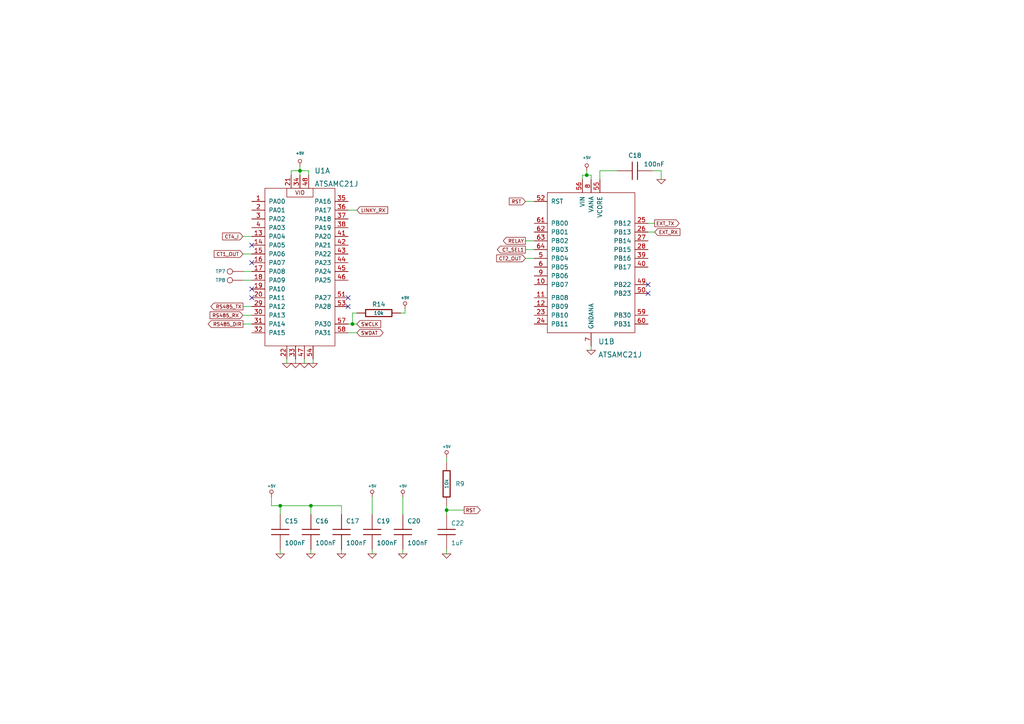
<source format=kicad_sch>
(kicad_sch (version 20211123) (generator eeschema)
  (paper "A4")
  (title_block (title "CowDIN power monitor - Processor unit") (date "2022-04-13") (rev "1") (company "Agilack") (comment 1 "License: CC-by-SA"))
  (lib_symbols
    (symbol "cowdin-3a-pwrmon:+5V" (power) (pin_names (offset 0))
      (property "Value" "+5V" (at 0 2.794 0))
      (symbol "+5V_0_0"
        (pin power_in line (at 0 0 90) (length 0) hide (name "+5V") (number "1"))
      )
      (symbol "+5V_0_1"
        (polyline (pts (xy 0 0) (xy 0 1.016) (xy 0 1.016)))
        (circle (center 0 1.524) (radius 0.508))
      )
    )
    (symbol "cowdin-3a-pwrmon:ATSAMC21J" (pin_names (offset 1.016))
      (property "Reference" "U" (at 0 -1.27 0))
      (property "Value" "ATSAMC21J" (at 11.43 -25.4 0))
      (symbol "ATSAMC21J_1_0"
        (text "VIO" (at 0 21.59 0) (effects (font (size 1.143 1.143))))
      )
      (symbol "ATSAMC21J_1_1"
        (rectangle (start -10.16 22.86) (end 10.16 -22.86))
        (rectangle (start -3.81 22.86) (end 3.81 20.32))
        (pin bidirectional line (at -13.97 19.05 0) (length 3.81) (name "PA00") (number "1"))
        (pin bidirectional line (at -13.97 8.89 0) (length 3.81) (name "PA04") (number "13"))
        (pin bidirectional line (at -13.97 6.35 0) (length 3.81) (name "PA05") (number "14"))
        (pin bidirectional line (at -13.97 3.81 0) (length 3.81) (name "PA06") (number "15"))
        (pin bidirectional line (at -13.97 1.27 0) (length 3.81) (name "PA07") (number "16"))
        (pin bidirectional line (at -13.97 -1.27 0) (length 3.81) (name "PA08") (number "17"))
        (pin bidirectional line (at -13.97 -3.81 0) (length 3.81) (name "PA09") (number "18"))
        (pin bidirectional line (at -13.97 -6.35 0) (length 3.81) (name "PA10") (number "19"))
        (pin bidirectional line (at -13.97 16.51 0) (length 3.81) (name "PA01") (number "2"))
        (pin bidirectional line (at -13.97 -8.89 0) (length 3.81) (name "PA11") (number "20"))
        (pin power_in line (at -2.54 26.67 270) (length 3.81) (name "~") (number "21"))
        (pin power_in line (at -3.81 -26.67 90) (length 3.81) (name "~") (number "22"))
        (pin bidirectional line (at -13.97 -11.43 0) (length 3.81) (name "PA12") (number "29"))
        (pin bidirectional line (at -13.97 13.97 0) (length 3.81) (name "PA02") (number "3"))
        (pin bidirectional line (at -13.97 -13.97 0) (length 3.81) (name "PA13") (number "30"))
        (pin bidirectional line (at -13.97 -16.51 0) (length 3.81) (name "PA14") (number "31"))
        (pin bidirectional line (at -13.97 -19.05 0) (length 3.81) (name "PA15") (number "32"))
        (pin power_in line (at -1.27 -26.67 90) (length 3.81) (name "~") (number "33"))
        (pin power_in line (at 0 26.67 270) (length 3.81) (name "~") (number "34"))
        (pin bidirectional line (at 13.97 19.05 180) (length 3.81) (name "PA16") (number "35"))
        (pin bidirectional line (at 13.97 16.51 180) (length 3.81) (name "PA17") (number "36"))
        (pin bidirectional line (at 13.97 13.97 180) (length 3.81) (name "PA18") (number "37"))
        (pin bidirectional line (at 13.97 11.43 180) (length 3.81) (name "PA19") (number "38"))
        (pin bidirectional line (at -13.97 11.43 0) (length 3.81) (name "PA03") (number "4"))
        (pin bidirectional line (at 13.97 8.89 180) (length 3.81) (name "PA20") (number "41"))
        (pin bidirectional line (at 13.97 6.35 180) (length 3.81) (name "PA21") (number "42"))
        (pin bidirectional line (at 13.97 3.81 180) (length 3.81) (name "PA22") (number "43"))
        (pin bidirectional line (at 13.97 1.27 180) (length 3.81) (name "PA23") (number "44"))
        (pin bidirectional line (at 13.97 -1.27 180) (length 3.81) (name "PA24") (number "45"))
        (pin bidirectional line (at 13.97 -3.81 180) (length 3.81) (name "PA25") (number "46"))
        (pin power_in line (at 1.27 -26.67 90) (length 3.81) (name "~") (number "47"))
        (pin power_in line (at 2.54 26.67 270) (length 3.81) (name "~") (number "48"))
        (pin bidirectional line (at 13.97 -8.89 180) (length 3.81) (name "PA27") (number "51"))
        (pin bidirectional line (at 13.97 -11.43 180) (length 3.81) (name "PA28") (number "53"))
        (pin power_in line (at 3.81 -26.67 90) (length 3.81) (name "~") (number "54"))
        (pin bidirectional line (at 13.97 -16.51 180) (length 3.81) (name "PA30") (number "57"))
        (pin bidirectional line (at 13.97 -19.05 180) (length 3.81) (name "PA31") (number "58"))
      )
      (symbol "ATSAMC21J_2_1"
        (rectangle (start -12.7 20.32) (end 12.7 -20.32))
        (pin bidirectional line (at -16.51 -6.35 0) (length 3.81) (name "PB07") (number "10"))
        (pin bidirectional line (at -16.51 -10.16 0) (length 3.81) (name "PB08") (number "11"))
        (pin bidirectional line (at -16.51 -12.7 0) (length 3.81) (name "PB09") (number "12"))
        (pin bidirectional line (at -16.51 -15.24 0) (length 3.81) (name "PB10") (number "23"))
        (pin bidirectional line (at -16.51 -17.78 0) (length 3.81) (name "PB11") (number "24"))
        (pin bidirectional line (at 16.51 11.43 180) (length 3.81) (name "PB12") (number "25"))
        (pin bidirectional line (at 16.51 8.89 180) (length 3.81) (name "PB13") (number "26"))
        (pin bidirectional line (at 16.51 6.35 180) (length 3.81) (name "PB14") (number "27"))
        (pin bidirectional line (at 16.51 3.81 180) (length 3.81) (name "PB15") (number "28"))
        (pin bidirectional line (at 16.51 1.27 180) (length 3.81) (name "PB16") (number "39"))
        (pin bidirectional line (at 16.51 -1.27 180) (length 3.81) (name "PB17") (number "40"))
        (pin bidirectional line (at 16.51 -6.35 180) (length 3.81) (name "PB22") (number "49"))
        (pin bidirectional line (at -16.51 1.27 0) (length 3.81) (name "PB04") (number "5"))
        (pin bidirectional line (at 16.51 -8.89 180) (length 3.81) (name "PB23") (number "50"))
        (pin input line (at -16.51 17.78 0) (length 3.81) (name "RST") (number "52"))
        (pin power_in line (at 2.54 24.13 270) (length 3.81) (name "VCORE") (number "55"))
        (pin power_in line (at -2.54 24.13 270) (length 3.81) (name "VIN") (number "56"))
        (pin bidirectional line (at 16.51 -15.24 180) (length 3.81) (name "PB30") (number "59"))
        (pin bidirectional line (at -16.51 -1.27 0) (length 3.81) (name "PB05") (number "6"))
        (pin bidirectional line (at 16.51 -17.78 180) (length 3.81) (name "PB31") (number "60"))
        (pin bidirectional line (at -16.51 11.43 0) (length 3.81) (name "PB00") (number "61"))
        (pin bidirectional line (at -16.51 8.89 0) (length 3.81) (name "PB01") (number "62"))
        (pin bidirectional line (at -16.51 6.35 0) (length 3.81) (name "PB02") (number "63"))
        (pin bidirectional line (at -16.51 3.81 0) (length 3.81) (name "PB03") (number "64"))
        (pin power_in line (at 0 -24.13 90) (length 3.81) (name "GNDANA") (number "7"))
        (pin power_in line (at 0 24.13 270) (length 3.81) (name "VANA") (number "8"))
        (pin bidirectional line (at -16.51 -3.81 0) (length 3.81) (name "PB06") (number "9"))
      )
    )
    (symbol "cowdin-3a-pwrmon:C" (pin_numbers hide) (pin_names (offset 0.254))
      (property "Reference" "C" (at 1.27 2.54 0))
      (property "Value" "C" (at 1.27 -2.54 0))
      (symbol "C_0_1"
        (polyline (pts (xy -2.54 -0.762) (xy 2.54 -0.762)) (stroke (width 0.254)))
        (polyline (pts (xy -2.54 0.762) (xy 2.54 0.762)) (stroke (width 0.254)))
      )
      (symbol "C_1_1"
        (pin passive line (at 0 5.08 270) (length 4.318) (name "~") (number "1"))
        (pin passive line (at 0 -5.08 90) (length 4.318) (name "~") (number "2"))
      )
    )
    (symbol "cowdin-3a-pwrmon:CONN_1" (pin_numbers hide) (pin_names (offset 0.762) hide)
      (property "Reference" "P" (at 2.032 0 0))
      (symbol "CONN_1_0_1"
        (polyline (pts (xy -0.762 0) (xy -1.27 0)))
        (circle (center 0 0) (radius 0.7874))
      )
      (symbol "CONN_1_1_1"
        (pin passive line (at -3.81 0 0) (length 2.54) (name "1") (number "1"))
      )
    )
    (symbol "cowdin-3a-pwrmon:GND" (power) (pin_names (offset 0))
      (symbol "GND_0_1"
        (polyline (pts (xy -1.27 0) (xy 0 -1.27) (xy 1.27 0) (xy -1.27 0)))
      )
      (symbol "GND_1_1"
        (pin power_in line (at 0 0 90) (length 0) hide (name "GND") (number "1"))
      )
    )
    (symbol "cowdin-3a-pwrmon:R" (pin_numbers hide) (pin_names (offset 0))
      (property "Reference" "R" (at 2.032 0 90))
      (property "Value" "R" (at 0 0 90))
      (symbol "R_0_1"
        (rectangle (start -1.016 3.81) (end 1.016 -3.81) (stroke (width 0.3048)))
      )
      (symbol "R_1_1"
        (pin passive line (at 0 6.35 270) (length 2.54) (name "~") (number "1"))
        (pin passive line (at 0 -6.35 90) (length 2.54) (name "~") (number "2"))
      )
    )
  )
  (junction (at 90.17 146.685))
  (junction (at 81.28 146.685))
  (junction (at 102.235 93.98))
  (junction (at 170.18 50.8))
  (junction (at 86.995 49.53))
  (junction (at 129.54 147.955))
  (no_connect (at 100.965 86.36))
  (no_connect (at 100.965 88.9))
  (no_connect (at 73.025 71.12))
  (no_connect (at 187.96 82.55))
  (no_connect (at 187.96 85.09))
  (no_connect (at 73.025 76.2))
  (no_connect (at 73.025 83.82))
  (no_connect (at 73.025 86.36))
  (wire (pts (xy 83.185 104.14) (xy 83.185 105.41)))
  (wire (pts (xy 152.4 74.93) (xy 154.94 74.93)))
  (wire (pts (xy 81.28 159.385) (xy 81.28 160.655)))
  (wire (pts (xy 100.965 93.98) (xy 102.235 93.98)))
  (wire (pts (xy 107.95 144.145) (xy 107.95 149.225)))
  (wire (pts (xy 129.54 147.955) (xy 129.54 149.225)))
  (wire (pts (xy 129.54 132.715) (xy 129.54 133.985)))
  (wire (pts (xy 90.17 146.685) (xy 90.17 149.225)))
  (wire (pts (xy 102.235 90.805) (xy 102.235 93.98)))
  (wire (pts (xy 90.805 104.14) (xy 90.805 105.41)))
  (wire (pts (xy 116.84 159.385) (xy 116.84 160.655)))
  (wire (pts (xy 170.18 49.53) (xy 170.18 50.8)))
  (wire (pts (xy 168.91 50.8) (xy 170.18 50.8)))
  (wire (pts (xy 90.17 159.385) (xy 90.17 160.655)))
  (wire (pts (xy 70.485 81.28) (xy 73.025 81.28)))
  (wire (pts (xy 168.91 52.07) (xy 168.91 50.8)))
  (wire (pts (xy 86.995 48.26) (xy 86.995 49.53)))
  (wire (pts (xy 89.535 49.53) (xy 89.535 50.8)))
  (wire (pts (xy 90.17 146.685) (xy 99.06 146.685)))
  (wire (pts (xy 170.18 50.8) (xy 171.45 50.8)))
  (wire (pts (xy 70.485 91.44) (xy 73.025 91.44)))
  (wire (pts (xy 86.995 49.53) (xy 89.535 49.53)))
  (wire (pts (xy 187.96 67.31) (xy 189.865 67.31)))
  (wire (pts (xy 100.965 96.52) (xy 103.505 96.52)))
  (wire (pts (xy 179.07 49.53) (xy 173.99 49.53)))
  (wire (pts (xy 84.455 49.53) (xy 86.995 49.53)))
  (wire (pts (xy 81.28 146.685) (xy 90.17 146.685)))
  (wire (pts (xy 70.485 88.9) (xy 73.025 88.9)))
  (wire (pts (xy 117.475 89.535) (xy 117.475 90.805)))
  (wire (pts (xy 116.84 144.145) (xy 116.84 149.225)))
  (wire (pts (xy 107.95 159.385) (xy 107.95 160.655)))
  (wire (pts (xy 81.28 146.685) (xy 81.28 149.225)))
  (wire (pts (xy 129.54 159.385) (xy 129.54 160.655)))
  (wire (pts (xy 88.265 104.14) (xy 88.265 105.41)))
  (wire (pts (xy 152.4 58.42) (xy 154.94 58.42)))
  (wire (pts (xy 78.74 144.145) (xy 78.74 146.685)))
  (wire (pts (xy 85.725 104.14) (xy 85.725 105.41)))
  (wire (pts (xy 191.77 49.53) (xy 189.23 49.53)))
  (wire (pts (xy 152.4 72.39) (xy 154.94 72.39)))
  (wire (pts (xy 191.77 52.07) (xy 191.77 49.53)))
  (wire (pts (xy 99.06 146.685) (xy 99.06 149.225)))
  (wire (pts (xy 102.235 93.98) (xy 103.505 93.98)))
  (wire (pts (xy 99.06 159.385) (xy 99.06 160.655)))
  (wire (pts (xy 70.485 68.58) (xy 73.025 68.58)))
  (wire (pts (xy 171.45 50.8) (xy 171.45 52.07)))
  (wire (pts (xy 134.62 147.955) (xy 129.54 147.955)))
  (wire (pts (xy 78.74 146.685) (xy 81.28 146.685)))
  (wire (pts (xy 187.96 64.77) (xy 189.865 64.77)))
  (wire (pts (xy 86.995 49.53) (xy 86.995 50.8)))
  (wire (pts (xy 84.455 50.8) (xy 84.455 49.53)))
  (wire (pts (xy 70.485 78.74) (xy 73.025 78.74)))
  (wire (pts (xy 129.54 146.685) (xy 129.54 147.955)))
  (wire (pts (xy 152.4 69.85) (xy 154.94 69.85)))
  (wire (pts (xy 70.485 73.66) (xy 73.025 73.66)))
  (wire (pts (xy 100.965 60.96) (xy 103.505 60.96)))
  (wire (pts (xy 173.99 49.53) (xy 173.99 52.07)))
  (wire (pts (xy 70.485 93.98) (xy 73.025 93.98)))
  (wire (pts (xy 171.45 100.33) (xy 171.45 101.6)))
  (wire (pts (xy 117.475 90.805) (xy 116.205 90.805)))
  (wire (pts (xy 103.505 90.805) (xy 102.235 90.805)))
  (global_label "SWCLK" (shape input) (at 103.505 93.98 0) (effects (font (size 1.016 1.016))) (property "Intersheet References" "${INTERSHEET_REFS}" (effects hide)))
  (global_label "RST" (shape input) (at 152.4 58.42 180) (effects (font (size 1.016 1.016))) (property "Intersheet References" "${INTERSHEET_REFS}" (effects hide)))
  (global_label "CT2_OUT" (shape input) (at 152.4 74.93 180) (effects (font (size 1.016 1.016))) (property "Intersheet References" "${INTERSHEET_REFS}" (effects hide)))
  (global_label "RS485_TX" (shape output) (at 70.485 88.9 180) (effects (font (size 1.016 1.016))) (property "Intersheet References" "${INTERSHEET_REFS}" (effects hide)))
  (global_label "CT4_I" (shape input) (at 70.485 68.58 180) (effects (font (size 1.016 1.016))) (property "Intersheet References" "${INTERSHEET_REFS}" (effects hide)))
  (global_label "SWDAT" (shape bidirectional) (at 103.505 96.52 0) (effects (font (size 1.016 1.016))) (property "Intersheet References" "${INTERSHEET_REFS}" (effects hide)))
  (global_label "RELAY" (shape output) (at 152.4 69.85 180) (effects (font (size 1.016 1.016))) (property "Intersheet References" "${INTERSHEET_REFS}" (effects hide)))
  (global_label "RS485_DIR" (shape output) (at 70.485 93.98 180) (effects (font (size 1.016 1.016))) (property "Intersheet References" "${INTERSHEET_REFS}" (effects hide)))
  (global_label "LINKY_RX" (shape input) (at 103.505 60.96 0) (effects (font (size 1.016 1.016))) (property "Intersheet References" "${INTERSHEET_REFS}" (effects hide)))
  (global_label "EXT_TX" (shape output) (at 189.865 64.77 0) (effects (font (size 1.016 1.016))) (property "Intersheet References" "${INTERSHEET_REFS}" (effects hide)))
  (global_label "CT_SEL1" (shape output) (at 152.4 72.39 180) (effects (font (size 1.016 1.016))) (property "Intersheet References" "${INTERSHEET_REFS}" (effects hide)))
  (global_label "EXT_RX" (shape input) (at 189.865 67.31 0) (effects (font (size 1.016 1.016))) (property "Intersheet References" "${INTERSHEET_REFS}" (effects hide)))
  (global_label "RST" (shape output) (at 134.62 147.955 0) (effects (font (size 1.016 1.016))) (property "Intersheet References" "${INTERSHEET_REFS}" (effects hide)))
  (global_label "CT1_OUT" (shape input) (at 70.485 73.66 180) (effects (font (size 1.016 1.016))) (property "Intersheet References" "${INTERSHEET_REFS}" (effects hide)))
  (global_label "RS485_RX" (shape input) (at 70.485 91.44 180) (effects (font (size 1.016 1.016))) (property "Intersheet References" "${INTERSHEET_REFS}" (effects hide)))
  (symbol (lib_id "cowdin-3a-pwrmon:C") (at 99.06 154.305 0) (unit 1)
    (property "Reference" "C17" (at 100.33 151.13 0) (effects (justify left)))
    (property "Value" "100nF" (at 100.33 157.48 0) (effects (justify left)))
    (property "Footprint" "cowdin-3a-pwrmon:SMD0603" (effects hide))
  )
  (symbol (lib_id "cowdin-3a-pwrmon:R") (at 129.54 140.335 0) (unit 1)
    (property "Reference" "R9" (at 132.08 140.335 0) (effects (justify left)))
    (property "Value" "10k" (at 129.54 140.335 90) (effects (font (size 1.016 1.016))))
    (property "Footprint" "cowdin-3a-pwrmon:SMD0603" (effects hide))
  )
  (symbol (lib_id "cowdin-3a-pwrmon:GND") (at 129.54 160.655 0) (unit 1)
    (property "Reference" "#PWR03" (effects hide))
    (property "Value" "GND" (effects hide))
  )
  (symbol (lib_id "cowdin-3a-pwrmon:+5V") (at 86.995 48.26 0) (unit 1)
    (property "Reference" "#PWR0158" (effects hide))
    (property "Value" "+5V" (at 86.995 44.45 0) (effects (font (size 0.762 0.762))))
  )
  (symbol (lib_id "cowdin-3a-pwrmon:C") (at 116.84 154.305 0) (unit 1)
    (property "Reference" "C20" (at 118.11 151.13 0) (effects (justify left)))
    (property "Value" "100nF" (at 118.11 157.48 0) (effects (justify left)))
    (property "Footprint" "cowdin-3a-pwrmon:SMD0603" (effects hide))
  )
  (symbol (lib_id "cowdin-3a-pwrmon:CONN_1") (at 66.675 81.28 180) (unit 1)
    (property "Reference" "TP8" (at 65.405 81.28 0) (effects (font (size 1.016 1.016)) (justify left)))
    (property "Value" "CONN_1" (effects hide))
    (property "Footprint" "cowdin-3a-pwrmon:TP_2SMD" (effects hide))
  )
  (symbol (lib_id "cowdin-3a-pwrmon:GND") (at 171.45 101.6 0) (unit 1)
    (property "Reference" "#PWR04" (effects hide))
    (property "Value" "GND" (effects hide))
  )
  (symbol (lib_id "cowdin-3a-pwrmon:+5V") (at 116.84 144.145 0) (unit 1)
    (property "Reference" "#PWR0168" (effects hide))
    (property "Value" "+5V" (at 116.84 140.97 0) (effects (font (size 0.762 0.762))))
  )
  (symbol (lib_id "cowdin-3a-pwrmon:CONN_1") (at 66.675 78.74 180) (unit 1)
    (property "Reference" "TP7" (at 65.405 78.74 0) (effects (font (size 1.016 1.016)) (justify left)))
    (property "Value" "CONN_1" (effects hide))
    (property "Footprint" "cowdin-3a-pwrmon:TP_2SMD" (effects hide))
  )
  (symbol (lib_id "cowdin-3a-pwrmon:+5V") (at 117.475 89.535 0) (unit 1)
    (property "Reference" "#PWR0170" (effects hide))
    (property "Value" "+5V" (at 117.475 86.36 0) (effects (font (size 0.762 0.762))))
  )
  (symbol (lib_id "cowdin-3a-pwrmon:C") (at 90.17 154.305 0) (unit 1)
    (property "Reference" "C16" (at 91.44 151.13 0) (effects (justify left)))
    (property "Value" "100nF" (at 91.44 157.48 0) (effects (justify left)))
    (property "Footprint" "cowdin-3a-pwrmon:SMD0603" (effects hide))
  )
  (symbol (lib_id "cowdin-3a-pwrmon:GND") (at 107.95 160.655 0) (unit 1)
    (property "Reference" "#PWR0165" (effects hide))
    (property "Value" "GND" (effects hide))
  )
  (symbol (lib_id "cowdin-3a-pwrmon:GND") (at 83.185 105.41 0) (unit 1)
    (property "Reference" "#PWR0154" (effects hide))
    (property "Value" "GND" (effects hide))
  )
  (symbol (lib_id "cowdin-3a-pwrmon:C") (at 129.54 154.305 0) (unit 1)
    (property "Reference" "C22" (at 130.81 151.765 0) (effects (justify left)))
    (property "Value" "1uF" (at 130.81 157.48 0) (effects (justify left)))
    (property "Footprint" "cowdin-3a-pwrmon:SMD0603" (effects hide))
  )
  (symbol (lib_id "cowdin-3a-pwrmon:GND") (at 99.06 160.655 0) (unit 1)
    (property "Reference" "#PWR0162" (effects hide))
    (property "Value" "GND" (effects hide))
  )
  (symbol (lib_id "cowdin-3a-pwrmon:C") (at 107.95 154.305 0) (unit 1)
    (property "Reference" "C19" (at 109.22 151.13 0) (effects (justify left)))
    (property "Value" "100nF" (at 109.22 157.48 0) (effects (justify left)))
    (property "Footprint" "cowdin-3a-pwrmon:SMD0603" (effects hide))
  )
  (symbol (lib_id "cowdin-3a-pwrmon:+5V") (at 129.54 132.715 0) (unit 1)
    (property "Reference" "#PWR05" (effects hide))
    (property "Value" "+5V" (at 129.54 129.54 0) (effects (font (size 0.762 0.762))))
  )
  (symbol (lib_id "cowdin-3a-pwrmon:GND") (at 81.28 160.655 0) (unit 1)
    (property "Reference" "#PWR0163" (effects hide))
    (property "Value" "GND" (effects hide))
  )
  (symbol (lib_id "cowdin-3a-pwrmon:GND") (at 191.77 52.07 0) (unit 1)
    (property "Reference" "#PWR0159" (effects hide))
    (property "Value" "GND" (effects hide))
  )
  (symbol (lib_id "cowdin-3a-pwrmon:R") (at 109.855 90.805 90) (unit 1)
    (property "Reference" "R14" (at 109.855 88.265 90))
    (property "Value" "10k" (at 109.855 90.805 90) (effects (font (size 1.016 1.016))))
    (property "Footprint" "cowdin-3a-pwrmon:SMD0603" (effects hide))
  )
  (symbol (lib_id "cowdin-3a-pwrmon:GND") (at 85.725 105.41 0) (unit 1)
    (property "Reference" "#PWR0155" (effects hide))
    (property "Value" "GND" (effects hide))
  )
  (symbol (lib_id "cowdin-3a-pwrmon:ATSAMC21J") (at 86.995 77.47 0) (unit 1)
    (property "Reference" "U1" (at 91.1861 49.53 0) (effects (font (size 1.524 1.524)) (justify left)))
    (property "Value" "ATSAMC21J" (at 91.1861 53.34 0) (effects (font (size 1.524 1.524)) (justify left)))
    (property "Footprint" "cowdin-3a-pwrmon:TQFP64" (effects hide))
  )
  (symbol (lib_id "cowdin-3a-pwrmon:+5V") (at 78.74 144.145 0) (unit 1)
    (property "Reference" "#PWR0161" (effects hide))
    (property "Value" "+5V" (at 78.74 140.97 0) (effects (font (size 0.762 0.762))))
  )
  (symbol (lib_id "cowdin-3a-pwrmon:C") (at 184.15 49.53 90) (unit 1)
    (property "Reference" "C18" (at 184.15 45.085 90))
    (property "Value" "100nF" (at 186.69 47.625 90) (effects (justify right)))
    (property "Footprint" "cowdin-3a-pwrmon:SMD0603" (effects hide))
  )
  (symbol (lib_id "cowdin-3a-pwrmon:GND") (at 88.265 105.41 0) (unit 1)
    (property "Reference" "#PWR0156" (effects hide))
    (property "Value" "GND" (effects hide))
  )
  (symbol (lib_id "cowdin-3a-pwrmon:C") (at 81.28 154.305 0) (unit 1)
    (property "Reference" "C15" (at 82.55 151.13 0) (effects (justify left)))
    (property "Value" "100nF" (at 82.55 157.48 0) (effects (justify left)))
    (property "Footprint" "cowdin-3a-pwrmon:SMD0603" (effects hide))
  )
  (symbol (lib_id "cowdin-3a-pwrmon:+5V") (at 107.95 144.145 0) (unit 1)
    (property "Reference" "#PWR0167" (effects hide))
    (property "Value" "+5V" (at 107.95 140.97 0) (effects (font (size 0.762 0.762))))
  )
  (symbol (lib_id "cowdin-3a-pwrmon:GND") (at 90.17 160.655 0) (unit 1)
    (property "Reference" "#PWR0164" (effects hide))
    (property "Value" "GND" (effects hide))
  )
  (symbol (lib_id "cowdin-3a-pwrmon:GND") (at 90.805 105.41 0) (unit 1)
    (property "Reference" "#PWR0157" (effects hide))
    (property "Value" "GND" (effects hide))
  )
  (symbol (lib_id "cowdin-3a-pwrmon:+5V") (at 170.18 49.53 0) (unit 1)
    (property "Reference" "#PWR0160" (effects hide))
    (property "Value" "+5V" (at 170.18 45.72 0) (effects (font (size 0.762 0.762))))
  )
  (symbol (lib_id "cowdin-3a-pwrmon:GND") (at 116.84 160.655 0) (unit 1)
    (property "Reference" "#PWR0166" (effects hide))
    (property "Value" "GND" (effects hide))
  )
  (symbol (lib_id "cowdin-3a-pwrmon:ATSAMC21J") (at 171.45 76.2 0) (unit 2)
    (property "Reference" "U1" (at 173.4694 99.06 0) (effects (font (size 1.524 1.524)) (justify left)))
    (property "Value" "ATSAMC21J" (at 173.4694 102.87 0) (effects (font (size 1.524 1.524)) (justify left)))
    (property "Footprint" "cowdin-3a-pwrmon:TQFP64" (effects hide))
  )
)
</source>
